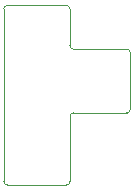
<source format=gbr>
%TF.GenerationSoftware,KiCad,Pcbnew,(6.0.5)*%
%TF.CreationDate,2022-07-04T14:56:29-04:00*%
%TF.ProjectId,magdilocks,6d616764-696c-46f6-936b-732e6b696361,rev?*%
%TF.SameCoordinates,Original*%
%TF.FileFunction,Profile,NP*%
%FSLAX46Y46*%
G04 Gerber Fmt 4.6, Leading zero omitted, Abs format (unit mm)*
G04 Created by KiCad (PCBNEW (6.0.5)) date 2022-07-04 14:56:29*
%MOMM*%
%LPD*%
G01*
G04 APERTURE LIST*
%TA.AperFunction,Profile*%
%ADD10C,0.100000*%
%TD*%
G04 APERTURE END LIST*
D10*
X98200000Y-133100000D02*
G75*
G03*
X98500000Y-132800000I-100J300100D01*
G01*
X92900000Y-132800000D02*
G75*
G03*
X93200000Y-133100000I300100J100D01*
G01*
X93200000Y-133100000D02*
X98200000Y-133100000D01*
X92900000Y-118200000D02*
X92900000Y-132800000D01*
X98500000Y-127300000D02*
X98500000Y-132800000D01*
X103300000Y-127000000D02*
X98800000Y-127000000D01*
X98200000Y-117900000D02*
X93200000Y-117900000D01*
X103600000Y-121900000D02*
G75*
G03*
X103300000Y-121600000I-300000J0D01*
G01*
X103300000Y-121600000D02*
X98800000Y-121600000D01*
X103600000Y-126700000D02*
X103600000Y-121900000D01*
X98500000Y-121300000D02*
X98500000Y-118200000D01*
X98500000Y-121300000D02*
G75*
G03*
X98800000Y-121600000I300000J0D01*
G01*
X98500000Y-118200000D02*
G75*
G03*
X98200000Y-117900000I-300000J0D01*
G01*
X98800000Y-127000000D02*
G75*
G03*
X98500000Y-127300000I100J-300100D01*
G01*
X103300000Y-127000000D02*
G75*
G03*
X103600000Y-126700000I0J300000D01*
G01*
X93200000Y-117900000D02*
G75*
G03*
X92900000Y-118200000I0J-300000D01*
G01*
M02*

</source>
